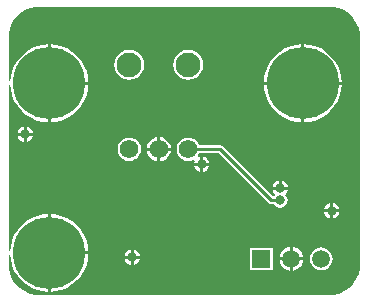
<source format=gbl>
G04*
G04 #@! TF.GenerationSoftware,Altium Limited,Altium Designer,19.1.5 (86)*
G04*
G04 Layer_Physical_Order=2*
G04 Layer_Color=16711680*
%FSLAX25Y25*%
%MOIN*%
G70*
G01*
G75*
%ADD12C,0.01000*%
%ADD39R,0.05906X0.05906*%
%ADD40C,0.05906*%
%ADD41C,0.24016*%
%ADD42C,0.08268*%
%ADD43C,0.06142*%
%ADD44C,0.03200*%
G36*
X207000Y250500D02*
X207000Y250500D01*
X207985Y250500D01*
X209917Y250116D01*
X211737Y249362D01*
X213375Y248268D01*
X214768Y246875D01*
X215862Y245237D01*
X216616Y243417D01*
X217000Y241485D01*
X217000Y240500D01*
X217000Y164500D01*
X217000Y164500D01*
X217000Y163515D01*
X216616Y161583D01*
X215862Y159763D01*
X214768Y158125D01*
X213375Y156732D01*
X211737Y155638D01*
X209917Y154884D01*
X207985Y154500D01*
X207000Y154500D01*
X110000D01*
X110000Y154500D01*
X109015Y154500D01*
X107083Y154884D01*
X105263Y155638D01*
X103625Y156732D01*
X102233Y158125D01*
X101138Y159763D01*
X100384Y161583D01*
X100000Y163515D01*
X100000Y164500D01*
Y167869D01*
X100500Y167889D01*
X100612Y166459D01*
X101091Y164468D01*
X101874Y162576D01*
X102944Y160830D01*
X104274Y159274D01*
X105831Y157944D01*
X107576Y156874D01*
X109468Y156090D01*
X111459Y155613D01*
X113000Y155491D01*
Y168500D01*
Y181509D01*
X111459Y181387D01*
X109468Y180910D01*
X107576Y180126D01*
X105831Y179056D01*
X104274Y177726D01*
X102944Y176170D01*
X101874Y174424D01*
X101091Y172532D01*
X100612Y170541D01*
X100500Y169111D01*
X100000Y169131D01*
Y224369D01*
X100500Y224389D01*
X100612Y222959D01*
X101091Y220968D01*
X101874Y219076D01*
X102944Y217331D01*
X104274Y215774D01*
X105831Y214444D01*
X107576Y213374D01*
X109468Y212591D01*
X111459Y212113D01*
X113000Y211991D01*
Y225000D01*
Y238009D01*
X111459Y237887D01*
X109468Y237409D01*
X107576Y236626D01*
X105831Y235556D01*
X104274Y234226D01*
X102944Y232669D01*
X101874Y230924D01*
X101091Y229032D01*
X100612Y227041D01*
X100500Y225611D01*
X100000Y225631D01*
Y240500D01*
X100000Y241485D01*
X100384Y243417D01*
X101138Y245237D01*
X102232Y246875D01*
X103625Y248268D01*
X105263Y249362D01*
X107083Y250116D01*
X109015Y250500D01*
X110000Y250500D01*
X207000Y250500D01*
X207000Y250500D01*
D02*
G37*
%LPC*%
G36*
X159843Y236126D02*
X158554Y235957D01*
X157354Y235459D01*
X156324Y234668D01*
X155533Y233638D01*
X155036Y232438D01*
X154866Y231150D01*
X155036Y229862D01*
X155533Y228661D01*
X156324Y227631D01*
X157354Y226840D01*
X158554Y226343D01*
X159843Y226173D01*
X161130Y226343D01*
X162331Y226840D01*
X163361Y227631D01*
X164152Y228661D01*
X164649Y229862D01*
X164819Y231150D01*
X164649Y232438D01*
X164152Y233638D01*
X163361Y234668D01*
X162331Y235459D01*
X161130Y235957D01*
X159843Y236126D01*
D02*
G37*
G36*
X140157D02*
X138870Y235957D01*
X137669Y235459D01*
X136639Y234668D01*
X135848Y233638D01*
X135351Y232438D01*
X135181Y231150D01*
X135351Y229862D01*
X135848Y228661D01*
X136639Y227631D01*
X137669Y226840D01*
X138870Y226343D01*
X140157Y226173D01*
X141446Y226343D01*
X142646Y226840D01*
X143676Y227631D01*
X144467Y228661D01*
X144964Y229862D01*
X145134Y231150D01*
X144964Y232438D01*
X144467Y233638D01*
X143676Y234668D01*
X142646Y235459D01*
X141446Y235957D01*
X140157Y236126D01*
D02*
G37*
G36*
X198500Y238009D02*
Y225500D01*
X211009D01*
X210887Y227041D01*
X210409Y229032D01*
X209626Y230924D01*
X208556Y232669D01*
X207226Y234226D01*
X205669Y235556D01*
X203924Y236626D01*
X202032Y237409D01*
X200041Y237887D01*
X198500Y238009D01*
D02*
G37*
G36*
X197500D02*
X195959Y237887D01*
X193968Y237409D01*
X192076Y236626D01*
X190331Y235556D01*
X188774Y234226D01*
X187444Y232669D01*
X186374Y230924D01*
X185591Y229032D01*
X185113Y227041D01*
X184991Y225500D01*
X197500D01*
Y238009D01*
D02*
G37*
G36*
X114000D02*
Y225500D01*
X126509D01*
X126387Y227041D01*
X125909Y229032D01*
X125126Y230924D01*
X124056Y232669D01*
X122726Y234226D01*
X121169Y235556D01*
X119424Y236626D01*
X117532Y237409D01*
X115541Y237887D01*
X114000Y238009D01*
D02*
G37*
G36*
X211009Y224500D02*
X198500D01*
Y211991D01*
X200041Y212113D01*
X202032Y212591D01*
X203924Y213374D01*
X205669Y214444D01*
X207226Y215774D01*
X208556Y217331D01*
X209626Y219076D01*
X210409Y220968D01*
X210887Y222959D01*
X211009Y224500D01*
D02*
G37*
G36*
X197500D02*
X184991D01*
X185113Y222959D01*
X185591Y220968D01*
X186374Y219076D01*
X187444Y217331D01*
X188774Y215774D01*
X190331Y214444D01*
X192076Y213374D01*
X193968Y212591D01*
X195959Y212113D01*
X197500Y211991D01*
Y224500D01*
D02*
G37*
G36*
X126509D02*
X114000D01*
Y211991D01*
X115541Y212113D01*
X117532Y212591D01*
X119424Y213374D01*
X121169Y214444D01*
X122726Y215774D01*
X124056Y217331D01*
X125126Y219076D01*
X125909Y220968D01*
X126387Y222959D01*
X126509Y224500D01*
D02*
G37*
G36*
X106000Y210557D02*
Y208500D01*
X108057D01*
X108033Y208679D01*
X107771Y209311D01*
X107354Y209854D01*
X106811Y210271D01*
X106179Y210533D01*
X106000Y210557D01*
D02*
G37*
G36*
X105000D02*
X104821Y210533D01*
X104189Y210271D01*
X103646Y209854D01*
X103229Y209311D01*
X102967Y208679D01*
X102943Y208500D01*
X105000D01*
Y210557D01*
D02*
G37*
G36*
X108057Y207500D02*
X106000D01*
Y205443D01*
X106179Y205467D01*
X106811Y205729D01*
X107354Y206146D01*
X107771Y206689D01*
X108033Y207321D01*
X108057Y207500D01*
D02*
G37*
G36*
X105000D02*
X102943D01*
X102967Y207321D01*
X103229Y206689D01*
X103646Y206146D01*
X104189Y205729D01*
X104821Y205467D01*
X105000Y205443D01*
Y207500D01*
D02*
G37*
G36*
X150500Y207040D02*
Y203500D01*
X154040D01*
X153966Y204063D01*
X153556Y205053D01*
X152903Y205903D01*
X152053Y206556D01*
X151063Y206966D01*
X150500Y207040D01*
D02*
G37*
G36*
X149500D02*
X148937Y206966D01*
X147947Y206556D01*
X147097Y205903D01*
X146444Y205053D01*
X146034Y204063D01*
X145960Y203500D01*
X149500D01*
Y207040D01*
D02*
G37*
G36*
X140157Y206904D02*
X139147Y206771D01*
X138205Y206381D01*
X137397Y205761D01*
X136776Y204952D01*
X136386Y204011D01*
X136253Y203000D01*
X136386Y201990D01*
X136776Y201048D01*
X137397Y200239D01*
X138205Y199619D01*
X139147Y199229D01*
X140157Y199096D01*
X141168Y199229D01*
X142110Y199619D01*
X142918Y200239D01*
X143539Y201048D01*
X143929Y201990D01*
X144062Y203000D01*
X143929Y204011D01*
X143539Y204952D01*
X142918Y205761D01*
X142110Y206381D01*
X141168Y206771D01*
X140157Y206904D01*
D02*
G37*
G36*
X154040Y202500D02*
X150500D01*
Y198960D01*
X151063Y199034D01*
X152053Y199444D01*
X152903Y200097D01*
X153556Y200947D01*
X153966Y201937D01*
X154040Y202500D01*
D02*
G37*
G36*
X149500D02*
X145960D01*
X146034Y201937D01*
X146444Y200947D01*
X147097Y200097D01*
X147947Y199444D01*
X148937Y199034D01*
X149500Y198960D01*
Y202500D01*
D02*
G37*
G36*
X164771Y200557D02*
Y198500D01*
X166828D01*
X166805Y198679D01*
X166543Y199311D01*
X166126Y199854D01*
X165583Y200271D01*
X164950Y200533D01*
X164771Y200557D01*
D02*
G37*
G36*
X166828Y197500D02*
X164771D01*
Y195443D01*
X164950Y195467D01*
X165583Y195729D01*
X166126Y196146D01*
X166543Y196689D01*
X166805Y197321D01*
X166828Y197500D01*
D02*
G37*
G36*
X163771D02*
X161715D01*
X161738Y197321D01*
X162000Y196689D01*
X162417Y196146D01*
X162960Y195729D01*
X163593Y195467D01*
X163771Y195443D01*
Y197500D01*
D02*
G37*
G36*
X191000Y192557D02*
Y190500D01*
X193057D01*
X193033Y190679D01*
X192771Y191311D01*
X192354Y191854D01*
X191811Y192271D01*
X191179Y192533D01*
X191000Y192557D01*
D02*
G37*
G36*
X190000D02*
X189821Y192533D01*
X189189Y192271D01*
X188646Y191854D01*
X188229Y191311D01*
X187967Y190679D01*
X187943Y190500D01*
X190000D01*
Y192557D01*
D02*
G37*
G36*
X159843Y206904D02*
X158832Y206771D01*
X157890Y206381D01*
X157082Y205761D01*
X156461Y204952D01*
X156071Y204011D01*
X155938Y203000D01*
X156071Y201990D01*
X156461Y201048D01*
X157082Y200239D01*
X157890Y199619D01*
X158832Y199229D01*
X159843Y199096D01*
X160853Y199229D01*
X161556Y199520D01*
X161926Y199132D01*
X161738Y198679D01*
X161715Y198500D01*
X163771D01*
Y200557D01*
X163593Y200533D01*
X163397Y200452D01*
X163082Y200863D01*
X163224Y201048D01*
X163483Y201675D01*
X169951D01*
X186563Y185063D01*
X186993Y184775D01*
X187500Y184675D01*
X188499D01*
X188770Y184270D01*
X189564Y183739D01*
X190500Y183553D01*
X191436Y183739D01*
X192230Y184270D01*
X192761Y185064D01*
X192947Y186000D01*
X192761Y186936D01*
X192230Y187730D01*
X192407Y188214D01*
X192771Y188689D01*
X193033Y189321D01*
X193057Y189500D01*
X187943D01*
X187967Y189321D01*
X188229Y188689D01*
X188593Y188214D01*
X188750Y187784D01*
X188503Y187411D01*
X188005Y187370D01*
X171437Y203937D01*
X171007Y204225D01*
X170500Y204326D01*
X163483D01*
X163224Y204952D01*
X162603Y205761D01*
X161795Y206381D01*
X160853Y206771D01*
X159843Y206904D01*
D02*
G37*
G36*
X208150Y185057D02*
Y183000D01*
X210206D01*
X210183Y183179D01*
X209921Y183811D01*
X209504Y184354D01*
X208961Y184771D01*
X208328Y185033D01*
X208150Y185057D01*
D02*
G37*
G36*
X207150D02*
X206971Y185033D01*
X206338Y184771D01*
X205795Y184354D01*
X205379Y183811D01*
X205117Y183179D01*
X205093Y183000D01*
X207150D01*
Y185057D01*
D02*
G37*
G36*
X210206Y182000D02*
X208150D01*
Y179943D01*
X208328Y179967D01*
X208961Y180229D01*
X209504Y180646D01*
X209921Y181189D01*
X210183Y181821D01*
X210206Y182000D01*
D02*
G37*
G36*
X207150D02*
X205093D01*
X205117Y181821D01*
X205379Y181189D01*
X205795Y180646D01*
X206338Y180229D01*
X206971Y179967D01*
X207150Y179943D01*
Y182000D01*
D02*
G37*
G36*
X114000Y181509D02*
Y169000D01*
X126509D01*
X126387Y170541D01*
X125909Y172532D01*
X125126Y174424D01*
X124056Y176170D01*
X122726Y177726D01*
X121169Y179056D01*
X119424Y180126D01*
X117532Y180910D01*
X115541Y181387D01*
X114000Y181509D01*
D02*
G37*
G36*
X141630Y169557D02*
Y167500D01*
X143687D01*
X143664Y167679D01*
X143402Y168311D01*
X142985Y168854D01*
X142442Y169271D01*
X141809Y169533D01*
X141630Y169557D01*
D02*
G37*
G36*
X140630D02*
X140452Y169533D01*
X139819Y169271D01*
X139276Y168854D01*
X138859Y168311D01*
X138597Y167679D01*
X138574Y167500D01*
X140630D01*
Y169557D01*
D02*
G37*
G36*
X194685Y170421D02*
Y167000D01*
X198106D01*
X198036Y167532D01*
X197638Y168493D01*
X197004Y169319D01*
X196178Y169953D01*
X195217Y170351D01*
X194685Y170421D01*
D02*
G37*
G36*
X193685D02*
X193153Y170351D01*
X192192Y169953D01*
X191366Y169319D01*
X190732Y168493D01*
X190334Y167532D01*
X190264Y167000D01*
X193685D01*
Y170421D01*
D02*
G37*
G36*
X143687Y166500D02*
X141630D01*
Y164443D01*
X141809Y164467D01*
X142442Y164729D01*
X142985Y165146D01*
X143402Y165689D01*
X143664Y166321D01*
X143687Y166500D01*
D02*
G37*
G36*
X140630D02*
X138574D01*
X138597Y166321D01*
X138859Y165689D01*
X139276Y165146D01*
X139819Y164729D01*
X140452Y164467D01*
X140630Y164443D01*
Y166500D01*
D02*
G37*
G36*
X187938Y170253D02*
X180432D01*
Y162747D01*
X187938D01*
Y170253D01*
D02*
G37*
G36*
X204185Y170285D02*
X203205Y170156D01*
X202292Y169778D01*
X201508Y169176D01*
X200907Y168393D01*
X200529Y167480D01*
X200400Y166500D01*
X200529Y165520D01*
X200907Y164607D01*
X201508Y163823D01*
X202292Y163222D01*
X203205Y162844D01*
X204185Y162715D01*
X205165Y162844D01*
X206078Y163222D01*
X206861Y163823D01*
X207463Y164607D01*
X207841Y165520D01*
X207970Y166500D01*
X207841Y167480D01*
X207463Y168393D01*
X206861Y169176D01*
X206078Y169778D01*
X205165Y170156D01*
X204185Y170285D01*
D02*
G37*
G36*
X198106Y166000D02*
X194685D01*
Y162579D01*
X195217Y162649D01*
X196178Y163047D01*
X197004Y163681D01*
X197638Y164507D01*
X198036Y165468D01*
X198106Y166000D01*
D02*
G37*
G36*
X193685D02*
X190264D01*
X190334Y165468D01*
X190732Y164507D01*
X191366Y163681D01*
X192192Y163047D01*
X193153Y162649D01*
X193685Y162579D01*
Y166000D01*
D02*
G37*
G36*
X126509Y168000D02*
X114000D01*
Y155491D01*
X115541Y155613D01*
X117532Y156090D01*
X119424Y156874D01*
X121169Y157944D01*
X122726Y159274D01*
X124056Y160830D01*
X125126Y162576D01*
X125909Y164468D01*
X126387Y166459D01*
X126509Y168000D01*
D02*
G37*
%LPD*%
D12*
X187500Y186000D02*
X190500D01*
X170500Y203000D02*
X187500Y186000D01*
X159843Y203000D02*
X170500D01*
D39*
X184185Y166500D02*
D03*
D40*
X194185D02*
D03*
X204185D02*
D03*
D41*
X113500Y168500D02*
D03*
X198000Y225000D02*
D03*
X113500D02*
D03*
D42*
X140157Y231150D02*
D03*
X159843D02*
D03*
D43*
X140157Y203000D02*
D03*
X150000D02*
D03*
X159843D02*
D03*
D44*
X190500Y186000D02*
D03*
X105500Y208000D02*
D03*
X141130Y167000D02*
D03*
X164271Y198000D02*
D03*
X190500Y190000D02*
D03*
X207650Y182500D02*
D03*
M02*

</source>
